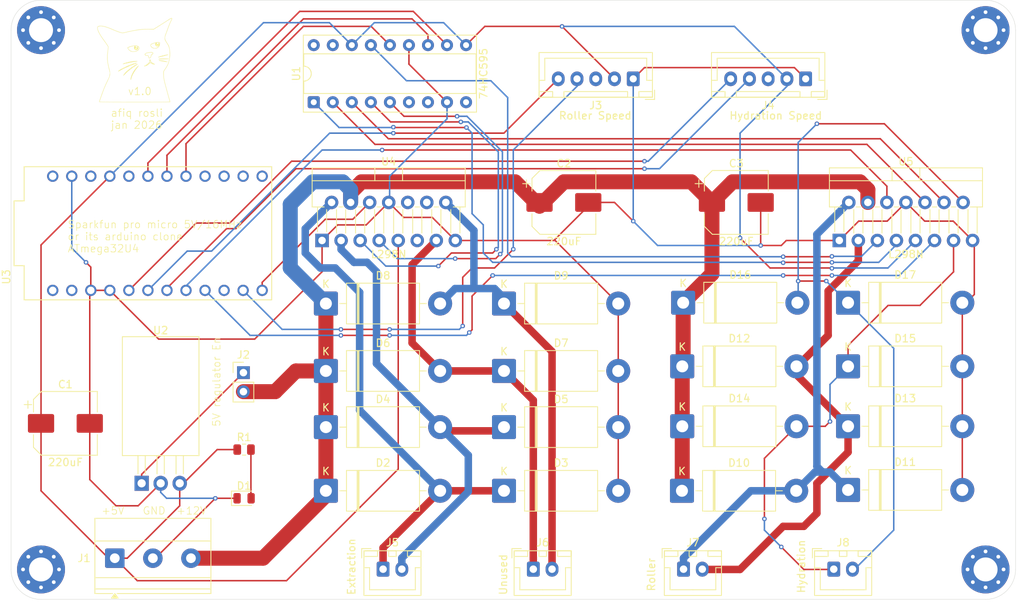
<source format=kicad_pcb>
(kicad_pcb (version 20241229) (generator "pcbnew") (generator_version "9.0")
  (layers (0 "F.Cu" signal) (2 "B.Cu" signal) (13 "F.Paste" user) (15 "B.Paste" user) (5 "F.SilkS" user "F.Silkscreen") (7 "B.SilkS" user "B.Silkscreen") (1 "F.Mask" user) (3 "B.Mask" user) (25 "Edge.Cuts" user))
  (net 0 "")
  (net 1 "VCC")
  (net 2 "GND")
  (net 3 "/roller_En")
  (net 4 "+5V")
  (net 5 "/hydration_En")
  (net 6 "/power")
  (net 10 "/extraction_En")
  (net 18 "/data")
  (net 19 "/clk")
  (net 20 "/latch")
  (net 21 "/hydration_in3")
  (net 22 "/roller_in2")
  (net 23 "/roller_in1")
  (net 24 "/hydration_in4")
  (net 25 "/rotary_enc_hydration_dt")
  (net 26 "/rotary_enc_hydration_clk")
  (net 27 "/rotary_enc_roller_dt")
  (net 28 "/rotary_enc_roller_clk")
  (net 29 "/extraction_in2")
  (net 30 "/extraction_in1")
  (net 32 "Net-(D1-A)")
  (net 33 "Net-(D2-A)")
  (net 34 "Net-(D4-A)")
  (net 35 "Net-(D12-A)")
  (net 36 "Net-(D10-A)")
  (net 37 "Net-(D14-A)")
  (net 38 "Net-(D16-A)")
  (net 39 "Net-(D6-A)")
  (net 40 "Net-(D8-A)")
  (footprint "Capacitor_SMD:CP_Elec_8x10" (layer "F.Cu") (at 141.75 95)
    (property "Reference" "C2")
    (property "Value" "220uF")
  )
  (footprint "Package_TO_SOT_THT:TO-220-3_Horizontal_TabDown" (layer "F.Cu") (at 85.42 132.5)
    (property "Reference" "U2")
    (property "Value" "LM78M05_TO220")
  )
  (footprint "Connector_JST:JST_XH_B2B-XH-A_1x02_P2.50mm_Vertical" (layer "F.Cu") (at 117.63 143.965)
    (property "Reference" "J5")
    (property "Value" "Conn_01x02")
  )
  (footprint "MountingHole:MountingHole_3.2mm_M3_Pad_Via" (layer "F.Cu") (at 198 144)
    (property "Reference" "H4" (hide yes))
    (property "Value" "MountingHole")
  )
  (footprint "Package_TO_SOT_THT:TO-220-15_P2.54x5.08mm_StaggerOdd_Lead4.58mm_Vertical" (layer "F.Cu") (at 178.49 100.08)
    (property "Reference" "U5")
    (property "Value" "L298N")
  )
  (footprint "Diode_THT:D_DO-201AD_P15.24mm_Horizontal" (layer "F.Cu") (at 110 117.5)
    (property "Reference" "D6")
    (property "Value" "UF5401")
  )
  (footprint "Diode_THT:D_DO-201AD_P15.24mm_Horizontal" (layer "F.Cu") (at 157.5 133.5)
    (property "Reference" "D10")
    (property "Value" "UF5401")
  )
  (footprint "Connector_JST:JST_XH_B2B-XH-A_1x02_P2.50mm_Vertical" (layer "F.Cu") (at 157.71 143.965)
    (property "Reference" "J7")
    (property "Value" "Conn_01x02")
  )
  (footprint "Diode_THT:D_DO-201AD_P15.24mm_Horizontal" (layer "F.Cu") (at 157.53812 116.888144)
    (property "Reference" "D12")
    (property "Value" "UF5401")
  )
  (footprint "Diode_THT:D_DO-201AD_P15.24mm_Horizontal" (layer "F.Cu") (at 110 133.5)
    (property "Reference" "D2")
    (property "Value" "UF5401")
  )
  (footprint "Connector_JST:JST_XH_B5B-XH-A_1x05_P2.50mm_Vertical" (layer "F.Cu") (at 151 78.5 180)
    (property "Reference" "J3")
    (property "Value" "Conn_01x05")
  )
  (footprint "Capacitor_SMD:CP_Elec_8x10" (layer "F.Cu") (at 164.75 95)
    (property "Reference" "C3")
    (property "Value" "220uF")
  )
  (footprint "Diode_THT:D_DO-201AD_P15.24mm_Horizontal" (layer "F.Cu") (at 179.65812 133.388144)
    (property "Reference" "D11")
    (property "Value" "UF5401")
  )
  (footprint "Diode_THT:D_DO-201AD_P15.24mm_Horizontal" (layer "F.Cu") (at 179.65812 124.888144)
    (property "Reference" "D13")
    (property "Value" "UF5401")
  )
  (footprint "DEV-15795:MODULE_DEV-15795" (layer "F.Cu") (at 86.26 99.12 90)
    (property "Reference" "U3")
    (property "Value" "DEV-15795")
  )
  (footprint "Diode_THT:D_DO-201AD_P15.24mm_Horizontal" (layer "F.Cu") (at 133.76 117.5)
    (property "Reference" "D7")
    (property "Value" "UF5401")
  )
  (footprint "Diode_THT:D_DO-201AD_P15.24mm_Horizontal" (layer "F.Cu") (at 133.76 108.5)
    (property "Reference" "D9")
    (property "Value" "UF5401")
  )
  (footprint "Silkscreen Logo:zoningoutcat" (layer "F.Cu") (at 84.5 76)
    (property "Reference" "G***" (hide yes))
    (property "Value" "LOGO" (hide yes))
  )
  (footprint "Diode_THT:D_DO-201AD_P15.24mm_Horizontal" (layer "F.Cu") (at 110 125)
    (property "Reference" "D4")
    (property "Value" "UF5401")
  )
  (footprint "Diode_THT:D_DO-201AD_P15.24mm_Horizontal" (layer "F.Cu") (at 133.76 125)
    (property "Reference" "D5")
    (property "Value" "UF5401")
  )
  (footprint "Diode_THT:D_DO-201AD_P15.24mm_Horizontal" (layer "F.Cu") (at 133.76 133.5)
    (property "Reference" "D3")
    (property "Value" "UF5401")
  )
  (footprint "Diode_THT:D_DO-201AD_P15.24mm_Horizontal" (layer "F.Cu") (at 179.65812 108.388144)
    (property "Reference" "D17")
    (property "Value" "UF5401")
  )
  (footprint "Connector_JST:JST_XH_B5B-XH-A_1x05_P2.50mm_Vertical" (layer "F.Cu") (at 174 78.5 180)
    (property "Reference" "J4")
    (property "Value" "Conn_01x05")
  )
  (footprint "Capacitor_SMD:CP_Elec_8x10" (layer "F.Cu") (at 75.25 124.5)
    (property "Reference" "C1")
    (property "Value" "220uF")
  )
  (footprint "TerminalBlock_Phoenix:TerminalBlock_Phoenix_MKDS-1,5-3-5.08_1x03_P5.08mm_Horizontal" (layer "F.Cu") (at 81.84 142.5)
    (property "Reference" "J1")
    (property "Value" "Screw_Terminal_01x03")
  )
  (footprint "Diode_THT:D_DO-201AD_P15.24mm_Horizontal" (layer "F.Cu") (at 157.65812 108.388144)
    (property "Reference" "D16")
    (property "Value" "UF5401")
  )
  (footprint "Diode_THT:D_DO-201AD_P15.24mm_Horizontal" (layer "F.Cu") (at 157.53812 124.888144)
    (property "Reference" "D14")
    (property "Value" "UF5401")
  )
  (footprint "Connector_PinHeader_2.54mm:PinHeader_1x02_P2.54mm_Vertical" (layer "F.Cu") (at 99 117.725)
    (property "Reference" "J2")
    (property "Value" "Conn_01x02_Pin")
  )
  (footprint "Package_TO_SOT_THT:TO-220-15_P2.54x5.08mm_StaggerOdd_Lead4.58mm_Vertical" (layer "F.Cu") (at 109.49 100.08)
    (property "Reference" "U4")
    (property "Value" "L298N")
  )
  (footprint "LED_SMD:LED_0805_2012Metric" (layer "F.Cu") (at 99.0875 134.5)
    (property "Reference" "D1")
    (property "Value" "LED")
  )
  (footprint "Package_DIP:DIP-18_W7.62mm_Socket" (layer "F.Cu") (at 108.38 81.62 90)
    (property "Reference" "U1")
    (property "Value" "74HC595")
  )
  (footprint "MountingHole:MountingHole_3.2mm_M3_Pad_Via" (layer "F.Cu") (at 198 72)
    (property "Reference" "H1" (hide yes))
    (property "Value" "MountingHole")
  )
  (footprint "MountingHole:MountingHole_3.2mm_M3_Pad_Via" (layer "F.Cu") (at 72 144)
    (property "Reference" "H3" (hide yes))
    (property "Value" "MountingHole")
  )
  (footprint "MountingHole:MountingHole_3.2mm_M3_Pad_Via" (layer "F.Cu") (at 72 72)
    (property "Reference" "H2" (hide yes))
    (property "Value" "MountingHole")
  )
  (footprint "Resistor_SMD:R_0805_2012Metric" (layer "F.Cu") (at 99.0875 128)
    (property "Reference" "R1")
    (property "Value" "R")
  )
  (footprint "Connector_JST:JST_XH_B2B-XH-A_1x02_P2.50mm_Vertical" (layer "F.Cu") (at 137.67 143.965)
    (property "Reference" "J6")
    (property "Value" "Conn_01x02")
  )
  (footprint "Connector_JST:JST_XH_B2B-XH-A_1x02_P2.50mm_Vertical" (layer "F.Cu") (at 177.75 143.965)
    (property "Reference" "J8")
    (property "Value" "Conn_01x02")
  )
  (footprint "Diode_THT:D_DO-201AD_P15.24mm_Horizontal" (layer "F.Cu") (at 179.65812 116.888144)
    (property "Reference" "D15")
    (property "Value" "UF5401")
  )
  (footprint "Diode_THT:D_DO-201AD_P15.24mm_Horizontal" (layer "F.Cu") (at 110 108.5)
    (property "Reference" "D8")
    (property "Value" "UF5401")
  )
  (gr_line (start 202 72) (end 202 144) (stroke (width 0.05)) (layer "Edge.Cuts"))
  (gr_arc (start 198 68) (mid 200.828427 69.171573) (end 202 72) (stroke (width 0.05)) (layer "Edge.Cuts"))
  (gr_line (start 72 68) (end 198 68) (stroke (width 0.05)) (layer "Edge.Cuts"))
  (gr_line (start 198 148) (end 72 148) (stroke (width 0.05)) (layer "Edge.Cuts"))
  (gr_line (start 68 144) (end 68 72) (stroke (width 0.05)) (layer "Edge.Cuts"))
  (gr_arc (start 202 144) (mid 200.828427 146.828427) (end 198 148) (stroke (width 0.05)) (layer "Edge.Cuts"))
  (gr_arc (start 68 72) (mid 69.171573 69.171573) (end 72 68) (stroke (width 0.05)) (layer "Edge.Cuts"))
  (gr_arc (start 72 148) (mid 69.171573 146.828427) (end 68 144) (stroke (width 0.05)) (layer "Edge.Cuts"))
  (gr_text "GND" (at 85.5 136.75 0) (layer "F.SilkS") (effects (font (size 1 1) (thickness 0.1)) (justify left bottom)))
  (gr_text "+5V" (at 80 136.75 0) (layer "F.SilkS") (effects (font (size 1 1) (thickness 0.1)) (justify left bottom)))
  (gr_text "afiq rosli\njan 2026" (at 81.25 85.25 0) (layer "F.SilkS") (effects (font (size 1 1) (thickness 0.1)) (justify left bottom)))
  (gr_text "Hydration Speed" (at 163.75 84 0) (layer "F.SilkS") (effects (font (size 1 1)) (justify left bottom)))
  (gr_text "v1.0" (at 83.545914 80.75 0) (layer "F.SilkS") (effects (font (size 1 1) (thickness 0.1)) (justify left bottom)))
  (gr_text "Sparkfun pro micro 5V/16MHz\nor its arduino clone\nATmega32U4" (at 75.5 101.75 0) (layer "F.SilkS") (effects (font (size 1 1) (thickness 0.1)) (justify left bottom)))
  (gr_text "+12V" (at 90 136.75 0) (layer "F.SilkS") (effects (font (size 1 1) (thickness 0.1)) (justify left bottom)))
  (gr_text "Hydration" (at 174 147.25 90) (layer "F.SilkS") (effects (font (size 1 1)) (justify left bottom)))
  (gr_text "Roller Speed" (at 141 84 0) (layer "F.SilkS") (effects (font (size 1 1)) (justify left bottom)))
  (gr_text "Unused" (at 134.25 147.5 90) (layer "F.SilkS") (effects (font (size 1 1)) (justify left bottom)))
  (gr_text "Roller" (at 154 147 90) (layer "F.SilkS") (effects (font (size 1 1)) (justify left bottom)))
  (gr_text "Extraction" (at 114 147.5 90) (layer "F.SilkS") (effects (font (size 1 1)) (justify left bottom)))
  (gr_text "5V regulator En" (at 96 125 90) (layer "F.SilkS") (effects (font (size 1 1) (thickness 0.1)) (justify left bottom)))
  (segment (start 110 117.5) (end 110 108.5) (width 2) (layer "F.Cu") (net 1))
  (segment (start 113.3 93.7) (end 114.75 92.25) (width 2) (layer "F.Cu") (net 1))
  (segment (start 103.235 120.265) (end 106 117.5) (width 2) (layer "F.Cu") (net 1))
  (segment (start 138.5 95.5) (end 141.75 92.25) (width 2) (layer "F.Cu") (net 1))
  (segment (start 106 117.5) (end 110 117.5) (width 2) (layer "F.Cu") (net 1))
  (segment (start 157.65812 108.388144) (end 157.65812 116.768144) (width 2) (layer "F.Cu") (net 1))
  (segment (start 135.25 92.25) (end 138.5 95.5) (width 2) (layer "F.Cu") (net 1))
  (segment (start 113.3 95) (end 113.3 93.7) (width 2) (layer "F.Cu") (net 1))
  (segment (start 110 133.5) (end 110 125.5) (width 2) (layer "F.Cu") (net 1))
  (segment (start 101.62 142.5) (end 110.12 134) (width 2) (layer "F.Cu") (net 1))
  (segment (start 99 120.265) (end 103.235 120.265) (width 2) (layer "F.Cu") (net 1))
  (segment (start 181.25 92.25) (end 182.3 93.3) (width 2) (layer "F.Cu") (net 1))
  (segment (start 157.65812 116.768144) (end 157.53812 116.888144) (width 2) (layer "F.Cu") (net 1))
  (segment (start 161.5 95) (end 164.25 92.25) (width 2) (layer "F.Cu") (net 1))
  (segment (start 164.25 92.25) (end 181.25 92.25) (width 2) (layer "F.Cu") (net 1))
  (segment (start 182.3 93.3) (end 182.3 95) (width 2) (layer "F.Cu") (net 1))
  (segment (start 161.5 104.546264) (end 157.65812 108.388144) (width 2) (layer "F.Cu") (net 1))
  (segment (start 161.5 95) (end 161.5 104.546264) (width 2) (layer "F.Cu") (net 1))
  (segment (start 157.53812 124.888144) (end 157.53812 133.46188) (width 2) (layer "F.Cu") (net 1))
  (segment (start 157.53812 133.46188) (end 157.5 133.5) (width 2) (layer "F.Cu") (net 1))
  (segment (start 157.53812 116.888144) (end 157.53812 124.888144) (width 2) (layer "F.Cu") (net 1))
  (segment (start 110 125.5) (end 110 117.5) (width 2) (layer "F.Cu") (net 1))
  (segment (start 114.75 92.25) (end 135.25 92.25) (width 2) (layer "F.Cu") (net 1))
  (segment (start 141.75 92.25) (end 158.75 92.25) (width 2) (layer "F.Cu") (net 1))
  (segment (start 158.75 92.25) (end 161.5 95) (width 2) (layer "F.Cu") (net 1))
  (segment (start 92 142.5) (end 101.62 142.5) (width 2) (layer "F.Cu") (net 1))
  (segment (start 105.25 103.75) (end 110 108.5) (width 2) (layer "B.Cu") (net 1))
  (segment (start 113.3 93.3) (end 112.25 92.25) (width 2) (layer "B.Cu") (net 1))
  (segment (start 108.25 92.25) (end 105.25 95.25) (width 2) (layer "B.Cu") (net 1))
  (segment (start 105.25 95.25) (end 105.25 103.75) (width 2) (layer "B.Cu") (net 1))
  (segment (start 112.25 92.25) (end 108.25 92.25) (width 2) (layer "B.Cu") (net 1))
  (segment (start 113.3 95) (end 113.3 93.3) (width 2) (layer "B.Cu") (net 1))
  (segment (start 152.5 77) (end 151 78.5) (width 0.2) (layer "F.Cu") (net 2))
  (segment (start 194.89812 108.888144) (end 196.5 107.286264) (width 0.2) (layer "F.Cu") (net 2))
  (segment (start 193.69 97.5) (end 196.27 100.08) (width 0.2) (layer "F.Cu") (net 2))
  (segment (start 168 100.75) (end 170.75 100.75) (width 0.2) (layer "F.Cu") (net 2))
  (segment (start 78.64 106.74) (end 78.64 103.64) (width 0.2) (layer "F.Cu") (net 2))
  (segment (start 109.49 100.08) (end 111.57 98) (width 0.2) (layer "F.Cu") (net 2))
  (segment (start 194.89812 124.888144) (end 194.89812 133.388144) (width 0.2) (layer "F.Cu") (net 2))
  (segment (start 78.64 103.64) (end 78 103) (width 0.2) (layer "F.Cu") (net 2))
  (segment (start 194.39812 124.768144) (end 194.27812 124.888144) (width 0.2) (layer "F.Cu") (net 2))
  (segment (start 168 100.75) (end 168 95) (width 0.2) (layer "F.Cu") (net 2))
  (segment (start 100.5 113.25) (end 109.49 104.26) (width 0.2) (layer "F.Cu") (net 2))
  (segment (start 87.25 142.5) (end 86.92 142.5) (width 0.2) (layer "F.Cu") (net 2))
  (segment (start 149 108.5) (end 140.58 100.08) (width 0.2) (layer "F.Cu") (net 2))
  (segment (start 196.5 100.31) (end 196.27 100.08) (width 0.2) (layer "F.Cu") (net 2))
  (segment (start 78.5 132) (end 78.5 124.5) (width 0.2) (layer "F.Cu") (net 2))
  (segment (start 95.25 134.5) (end 87.25 142.5) (width 0.2) (layer "F.Cu") (net 2))
  (segment (start 78.5 124.5) (end 78.5 106.88) (width 0.2) (layer "F.Cu") (net 2))
  (segment (start 140.58 100.08) (end 140.42 100.08) (width 0.2) (layer "F.Cu") (net 2))
  (segment (start 172.5 77) (end 152.5 77) (width 0.2) (layer "F.Cu") (net 2))
  (segment (start 174 78.5) (end 172.5 77) (width 0.2) (layer "F.Cu") (net 2))
  (segment (start 84.96 135.5) (end 82 135.5) (width 0.2) (layer "F.Cu") (net 2))
  (segment (start 184.88 97.5) (end 181.07 97.5) (width 0.2) (layer "F.Cu") (net 2))
  (segment (start 82 135.5) (end 78.5 132) (width 0.2) (layer "F.Cu") (net 2))
  (segment (start 149 108.5) (end 149 117) (width 0.2) (layer "F.Cu") (net 2))
  (segment (start 189.88 97.5) (end 193.69 97.5) (width 0.2) (layer "F.Cu") (net 2))
  (segment (start 196.5 107.286264) (end 196.5 100.31) (width 0.2) (layer "F.Cu") (net 2))
  (segment (start 121.08 76.54) (end 126.16 81.62) (width 0.2) (layer "F.Cu") (net 2))
  (segment (start 79.96 124.5) (end 78.5 124.5) (width 0.2) (layer "F.Cu") (net 2))
  (segment (start 118.38 95) (end 120.38 97) (width 0.2) (layer "F.Cu") (net 2))
  (segment (start 171.42 100.08) (end 178.49 100.08) (width 0.2) (layer "F.Cu") (net 2))
  (segment (start 187.38 95) (end 184.88 97.5) (width 0.2) (layer "F.Cu") (net 2))
  (segment (start 120.38 97) (end 124.19 97) (width 0.2) (layer "F.Cu") (net 2))
  (segment (start 140.42 100.08) (end 127.27 100.08) (width 0.2) (layer "F.Cu") (net 2))
  (segment (start 194.63812 116.648144) (end 194.39812 116.888144) (width 0.2) (layer "F.Cu") (net 2))
  (segment (start 145 95.5) (end 140.42 100.08) (width 0.2) (layer "F.Cu") (net 2))
  (segment (start 115.38 98) (end 118.38 95) (width 0.2) (layer "F.Cu") (net 2))
  (segment (start 194.89812 108.888144) (end 194.89812 116.888144) (width 0.2) (layer "F.Cu") (net 2))
  (segment (start 95.25 134.5) (end 98.15 134.5) (width 0.2) (layer "F.Cu") (net 2))
  (segment (start 149 125) (end 149 133.5) (width 0.2) (layer "F.Cu") (net 2))
  (segment (start 181.07 97.5) (end 178.49 100.08) (width 0.2) (layer "F.Cu") (net 2))
  (segment (start 78.64 106.74) (end 81.18 106.74) (width 0.2) (layer "F.Cu") (net 2))
  (segment (start 148.5 95) (end 145 95) (width 0.2) (layer "F.Cu") (net 2))
  (segment (start 194.89812 116.888144) (end 194.89812 124.888144) (width 0.2) (layer "F.Cu") (net 2))
  (segment (start 187.38 95) (end 189.88 97.5) (width 0.2) (layer "F.Cu") (net 2))
  (segment (start 170.75 100.75) (end 171.42 100.08) (width 0.2) (layer "F.Cu") (net 2))
  (segment (start 78.5 106.88) (end 78.64 106.74) (width 0.2) (layer "F.Cu") (net 2))
  (segment (start 151 97.5) (end 148.5 95) (width 0.2) (layer "F.Cu") (net 2))
  (segment (start 124.19 97) (end 127.27 100.08) (width 0.2) (layer "F.Cu") (net 2))
  (segment (start 121.08 74) (end 121.08 76.54) (width 0.2) (layer "F.Cu") (net 2))
  (segment (start 149 117) (end 149 125) (width 0.2) (layer "F.Cu") (net 2))
  (segment (start 87.96 132.5) (end 84.96 135.5) (width 0.2) (layer "F.Cu") (net 2))
  (segment (start 81.18 106.74) (end 87.69 113.25) (width 0.2) (layer "F.Cu") (net 2))
  (segment (start 111.57 98) (end 115.38 98) (width 0.2) (layer "F.Cu") (net 2))
  (segment (start 109.49 104.26) (end 109.49 100.08) (width 0.2) (layer "F.Cu") (net 2))
  (segment (start 87.69 113.25) (end 100.5 113.25) (width 0.2) (layer "F.Cu") (net 2))
  (via (at 78 103) (size 0.6) (drill 0.3) (layers "F.Cu" "B.Cu") (net 2))
  (via (at 95.25 134.5) (size 0.6) (drill 0.3) (layers "F.Cu" "B.Cu") (net 2))
  (via (at 168 100.75) (size 0.6) (drill 0.3) (layers "F.Cu" "B.Cu") (net 2))
  (via (at 151 97.5) (size 0.6) (drill 0.3) (layers "F.Cu" "B.Cu") (net 2))
  (segment (start 118.5 94.88) (end 118.5 91.5) (width 0.2) (layer "B.Cu") (net 2))
  (segment (start 126.16 83.84) (end 126.16 81.62) (width 0.2) (layer "B.Cu") (net 2))
  (segment (start 151 97.5) (end 151 78.5) (width 0.2) (layer "B.Cu") (net 2))
  (segment (start 118.38 95) (end 118.5 94.88) (width 0.2) (layer "B.Cu") (net 2))
  (segment (start 78 103) (end 76.1 101.1) (width 0.2) (layer "B.Cu") (net 2))
  (segment (start 118.5 91.5) (end 126.16 83.84) (width 0.2) (layer "B.Cu") (net 2))
  (segment (start 151 97.5) (end 154.25 100.75) (width 0.2) (layer "B.Cu") (net 2))
  (segment (start 76.1 101.1) (end 76.1 91.5) (width 0.2) (layer "B.Cu") (net 2))
  (segment (start 88 132.54) (end 87.96 132.5) (width 0.2) (layer "B.Cu") (net 2))
  (segment (start 95.25 134.5) (end 88.75 134.5) (width 0.2) (layer "B.Cu") (net 2))
  (segment (start 154.25 100.75) (end 168 100.75) (width 0.2) (layer "B.Cu") (net 2))
  (segment (start 87.96 133.71) (end 87.96 132.5) (width 0.2) (layer "B.Cu") (net 2))
  (segment (start 88.75 134.5) (end 87.96 133.71) (width 0.2) (layer "B.Cu") (net 2))
  (segment (start 180 88) (end 184.84 92.84) (width 0.2) (layer "F.Cu") (net 3))
  (segment (start 117.5 88) (end 180 88) (width 0.2) (layer "F.Cu") (net 3))
  (segment (start 184.84 92.84) (end 184.84 95) (width 0.2) (layer "F.Cu") (net 3))
  (via (at 117.5 88) (size 0.6) (drill 0.3) (layers "F.Cu" "B.Cu") (net 3))
  (segment (start 117.5 88) (end 109.5 88) (width 0.2) (layer "B.Cu") (net 3))
  (segment (start 91.34 106.16) (end 91.34 106.74) (width 0.2) (layer "B.Cu") (net 3))
  (segment (start 109.5 88) (end 91.34 106.16) (width 0.2) (layer "B.Cu") (net 3))
  (segment (start 72 124.5) (end 72 100.68) (width 0.2) (layer "F.Cu") (net 4))
  (segment (start 131.2 71.5) (end 128.7 74) (width 0.2) (layer "F.Cu") (net 4))
  (segment (start 148.5 78.5) (end 141.5 71.5) (width 0.2) (layer "F.Cu") (net 4))
  (segment (start 95.5 128) (end 98.175 128) (width 0.2) (layer "F.Cu") (net 4))
  (segment (start 91 132.5) (end 95.5 128) (width 0.2) (layer "F.Cu") (net 4))
  (segment (start 72 133.5) (end 72 124.5) (width 0.2) (layer "F.Cu") (net 4))
  (segment (start 104.75 145.5) (end 84.84 145.5) (width 0.2) (layer "F.Cu") (net 4))
  (segment (start 177.5 103.800003) (end 177.449997 103.75) (width 0.2) (layer "F.Cu") (net 4))
  (segment (start 72 100.68) (end 81.18 91.5) (width 0.2) (layer "F.Cu") (net 4))
  (segment (start 119.65 130.6) (end 104.75 145.5) (width 0.2) (layer "F.Cu") (net 4))
  (segment (start 84.84 145.5) (end 81.84 142.5) (width 0.2) (layer "F.Cu") (net 4))
  (segment (start 169.25 103.75) (end 165.25 99.75) (width 0.2) (layer "F.Cu") (net 4))
  (segment (start 81.84 142.5) (end 83.5 142.5) (width 0.2) (layer "F.Cu") (net 4))
  (segment (start 177.449997 103.75) (end 169.25 103.75) (width 0.2) (layer "F.Cu") (net 4))
  (segment (start 90.5 135.5) (end 90.5 132.5) (width 0.2) (layer "F.Cu") (net 4))
  (segment (start 119.65 100.08) (end 119.65 130.6) (width 0.2) (layer "F.Cu") (net 4))
  (segment (start 141.5 71.5) (end 131.2 71.5) (width 0.2) (layer "F.Cu") (net 4))
  (segment (start 83.5 142.5) (end 90.5 135.5) (width 0.2) (layer "F.Cu") (net 4))
  (segment (start 81 142.5) (end 72 133.5) (width 0.2) (layer "F.Cu") (net 4))
  (segment (start 90.5 132.5) (end 91 132.5) (width 0.2) (layer "F.Cu") (net 4))
  (segment (start 81.84 142.5) (end 81 142.5) (width 0.2) (layer "F.Cu") (net 4))
  (via (at 141.5 71.5) (size 0.6) (drill 0.3) (layers "F.Cu" "B.Cu") (net 4))
  (via (at 177.5 103.800003) (size 0.6) (drill 0.3) (layers "F.Cu" "B.Cu") (net 4))
  (via (at 165.25 99.75) (size 0.6) (drill 0.3) (layers "F.Cu" "B.Cu") (net 4))
  (segment (start 125.7 71) (end 128.7 74) (width 0.2) (layer "B.Cu") (net 4))
  (segment (start 164.5 71.5) (end 171.5 78.5) (width 0.2) (layer "B.Cu") (net 4))
  (segment (start 116.46 71) (end 125.7 71) (width 0.2) (layer "B.Cu") (net 4))
  (segment (start 184.98 103.75) (end 188.65 100.08) (width 0.2) (layer "B.Cu") (net 4))
  (segment (start 141.5 71.5) (end 164.5 71.5) (width 0.2) (layer "B.Cu") (net 4))
  (segment (start 165.25 99.75) (end 165.25 85.75) (width 0.2) (layer "B.Cu") (net 4))
  (segment (start 113.46 74) (end 110.46 71) (width 0.2) (layer "B.Cu") (net 4))
  (segment (start 177.550003 103.75) (end 184.98 103.75) (width 0.2) (layer "B.Cu") (net 4))
  (segment (start 165.25 85.75) (end 171.5 79.5) (width 0.2) (layer "B.Cu") (net 4))
  (segment (start 177.5 103.800003) (end 177.550003 103.75) (width 0.2) (layer "B.Cu") (net 4))
  (segment (start 101.68 71) (end 81.18 91.5) (width 0.2) (layer "B.Cu") (net 4))
  (segment (start 110.46 71) (end 101.68 71) (width 0.2) (layer "B.Cu") (net 4))
  (segment (start 171.5 79.5) (end 171.5 78.5) (width 0.2) (layer "B.Cu") (net 4))
  (segment (start 113.46 74) (end 116.46 71) (width 0.2) (layer "B.Cu") (net 4))
  (segment (start 177.5 104.75) (end 171 104.75) (width 0.2) (layer "F.Cu") (net 5))
  (segment (start 129.125 112.375) (end 129.5 112) (width 0.2) (layer "F.Cu") (net 5))
  (segment (start 129.5 112) (end 129.5 107.5) (width 0.2) (layer "F.Cu") (net 5))
  (segment (start 118.5 112.75) (end 112 112.75) (width 0.2) (layer "F.Cu") (net 5))
  (segment (start 129.5 107.5) (end 132.25 104.75) (width 0.2) (layer "F.Cu") (net 5))
  (via (at 171 104.75) (size 0.6) (drill 0.3) (layers "F.Cu" "B.Cu") (net 5))
  (via (at 177.5 104.75) (size 0.6) (drill 0.3) (layers "F.Cu" "B.Cu") (net 5))
  (via (at 129.125 112.375) (size 0.6) (drill 0.3) (layers "F.Cu" "B.Cu") (net 5))
  (via (at 132.25 104.75) (size 0.6) (drill 0.3) (layers "F.Cu" "B.Cu") (net 5))
  (via (at 118.5 112.75) (size 0.6) (drill 0.3) (layers "F.Cu" "B.Cu") (net 5))
  (via (at 112 112.75) (size 0.6) (drill 0.3) (layers "F.Cu" "B.Cu") (net 5))
  (segment (start 186.52 104.75) (end 177.5 104.75) (width 0.2) (layer "B.Cu") (net 5))
  (segment (start 132 104.75) (end 132.25 104.75) (width 0.2) (layer "B.Cu") (net 5))
  (segment (start 129.125 112.375) (end 128.75 112.75) (width 0.2) (layer "B.Cu") (net 5))
  (segment (start 171 104.75) (end 132 104.75) (width 0.2) (layer "B.Cu") (net 5))
  (segment (start 112 112.75) (end 99.89 112.75) (width 0.2) (layer "B.Cu") (net 5))
  (segment (start 191.19 100.08) (end 186.52 104.75) (width 0.2) (layer "B.Cu") (net 5))
  (segment (start 128.75 112.75) (end 118.5 112.75) (width 0.2) (layer "B.Cu") (net 5))
  (segment (start 99.89 112.75) (end 93.88 106.74) (width 0.2) (layer "B.Cu") (net 5))
  (segment (start 85.42 131.305) (end 85.42 132.5) (width 0.2) (layer "F.Cu") (net 6))
  (segment (start 99 117.725) (end 85.42 131.305) (width 0.2) (layer "F.Cu") (net 6))
  (segment (start 113.59 97.25) (end 115.84 95) (width 0.2) (layer "F.Cu") (net 10))
  (segment (start 101.5 106.74) (end 101.5 105.668) (width 0.2) (layer "F.Cu") (net 10))
  (segment (start 101.5 105.668) (end 109.918 97.25) (width 0.2) (layer "F.Cu") (net 10))
  (segment (start 109.918 97.25) (end 113.59 97.25) (width 0.2) (layer "F.Cu") (net 10))
  (segment (start 116.5 71.96) (end 118.54 74) (width 0.2) (layer "F.Cu") (net 18))
  (segment (start 116.04 71.5) (end 116.5 71.96) (width 0.2) (layer "F.Cu") (net 18))
  (segment (start 91.34 87.16) (end 107 71.5) (width 0.2) (layer "F.Cu") (net 18))
  (segment (start 91.34 91.5) (end 91.34 87.16) (width 0.2) (layer "F.Cu") (net 18))
  (segment (start 107 71.5) (end 116.04 71.5) (width 0.2) (layer "F.Cu") (net 18))
  (segment (start 121.66 69.5) (end 126.16 74) (width 0.2) (layer "F.Cu") (net 19))
  (segment (start 106.5 69.5) (end 121.66 69.5) (width 0.2) (layer "F.Cu") (net 19))
  (segment (start 86.26 91.5) (end 86.26 89.74) (width 0.2) (layer "F.Cu") (net 19))
  (segment (start 86.26 89.74) (end 106.5 69.5) (width 0.2) (layer "F.Cu") (net 19))
  (segment (start 88.8 88.7) (end 107 70.5) (width 0.2) (layer "F.Cu") (net 20))
  (segment (start 123.62 72.62) (end 123.62 74) (width 0.2) (layer "F.Cu") (net 20))
  (segment (start 121.5 70.5) (end 123.62 72.62) (width 0.2) (layer "F.Cu") (net 20))
  (segment (start 88.8 91.5) (end 88.8 88.7) (width 0.2) (layer "F.Cu") (net 20))
  (segment (start 107 70.5) (end 121.5 70.5) (width 0.2) (layer "F.Cu") (net 20))
  (segment (start 116.55 87.25) (end 182.17 87.25) (width 0.2) (layer "F.Cu") (net 21))
  (segment (start 182.17 87.25) (end 189.92 95) (width 0.2) (layer "F.Cu") (net 21))
  (segment (start 110.92 81.62) (end 116.55 87.25) (width 0.2) (layer "F.Cu") (net 21))
  (segment (start 119.050003 85) (end 119 84.949997) (width 0.2) (layer "F.Cu") (net 22))
  (segment (start 177.5 103) (end 171.050003 103) (width 0.2) (layer "F.Cu") (net 22))
  (segment (start 128.75 85) (end 119.050003 85) (width 0.2) (layer "F.Cu") (net 22))
  (segment (start 171.050003 103) (end 171 103.050003) (width 0.2) (layer "F.Cu") (net 22))
  (via (at 128.75 85) (size 0.6) (drill 0.3) (layers "F.Cu" "B.Cu") (net 22))
  (via (at 171 103.050003) (size 0.6) (drill 0.3) (layers "F.Cu" "B.Cu") (net 22))
  (via (at 119 84.949997) (size 0.6) (drill 0.3) (layers "F.Cu" "B.Cu") (net 22))
  (via (at 177.5 103) (size 0.6) (drill 0.3) (layers "F.Cu" "B.Cu") (net 22))
  (segment (start 119 84.949997) (end 118.949997 85) (width 0.2) (layer "B.Cu") (net 22))
  (segment (start 131 101.75) (end 132.25 103) (width 0.2) (layer "B.Cu") (net 22))
  (segment (start 111.76 85) (end 108.38 81.62) (width 0.2) (layer "B.Cu") (net 22))
  (segment (start 170.949997 103) (end 171 103.050003) (width 0.2) (layer "B.Cu") (net 22))
  (segment (start 177.5 103) (end 183.75 103) (width 0.2) (layer "B.Cu") (net 22))
  (segment (start 128.75 85) (end 129.5 85.75) (width 0.2) (layer "B.Cu") (net 22))
  (segment (start 118.949997 85) (end 111.76 85) (width 0.2) (layer "B.Cu") (net 22))
  (segment (start 129.5 85.75) (end 129.5 96.5) (width 0.2) (layer "B.Cu") (net 22))
  (segment (start 132.25 103) (end 170.949997 103) (width 0.2) (layer "B.Cu") (net 22))
  (segment (start 183.75 103) (end 186.11 100.64) (width 0.2) (layer "B.Cu") (net 22))
  (segment (start 131 98) (end 131 101.75) (width 0.2) (layer "B.Cu") (net 22))
  (segment (start 186.11 100.64) (end 186.11 100.08) (width 0.2) (layer "B.Cu") (net 22))
  (segment (start 129.5 96.5) (end 131 98) (width 0.2) (layer "B.Cu") (net 22))
  (segment (start 177.45 102.25) (end 177.5 102.2) (width 0.2) (layer "F.Cu") (net 23))
  (segment (start 171 102.25) (end 177.45 102.25) (width 0.2) (layer "F.Cu") (net 23))
  (via (at 171 102.25) (size 0.6) (drill 0.3) (layers "F.Cu" "B.Cu") (net 23))
  (via (at 177.5 102.2) (size 0.6) (drill 0.3) (layers "F.Cu" "B.Cu") (net 23))
  (segment (start 134.75 102.25) (end 134.25 101.75) (width 0.2) (layer "B.Cu") (net 23))
  (segment (start 171 102.25) (end 134.75 102.25) (width 0.2) (layer "B.Cu") (net 23))
  (segment (start 132 78.75) (end 120.75 78.75) (width 0.2) (layer "B.Cu") (net 23))
  (segment (start 134.25 101.75) (end 134.25 81) (width 0.2) (layer "B.Cu") (net 23))
  (segment (start 181.45 102.2) (end 183.57 100.08) (width 0.2) (layer "B.Cu") (net 23))
  (segment (start 120.75 78.75) (end 116 74) (width 0.2) (layer "B.Cu") (net 23))
  (segment (start 134.25 81) (end 132 78.75) (width 0.2) (layer "B.Cu") (net 23))
  (segment (start 177.5 102.2) (end 181.45 102.2) (width 0.2) (layer "B.Cu") (net 23))
  (segment (start 183.96 86.5) (end 192.46 95) (width 0.2) (layer "F.Cu") (net 24))
  (segment (start 118.34 86.5) (end 183.96 86.5) (width 0.2) (layer "F.Cu") (net 24))
  (segment (start 113.46 81.62) (end 118.34 86.5) (width 0.2) (layer "F.Cu") (net 24))
  (segment (start 96.75 98.5) (end 88.8 106.45) (width 0.2) (layer "F.Cu") (net 25))
  (segment (start 88.8 106.45) (end 88.8 106.74) (width 0.2) (layer "F.Cu") (net 25))
  (segment (start 106 90.5) (end 98 98.5) (width 0.2) (layer "F.Cu") (net 25))
  (segment (start 152.5 90.5) (end 106 90.5) (width 0.2) (layer "F.Cu") (net 25))
  (segment (start 98 98.5) (end 96.75 98.5) (width 0.2) (layer "F.Cu") (net 25))
  (via (at 152.5 90.5) (size 0.6) (drill 0.3) (layers "F.Cu" "B.Cu") (net 25))
  (segment (start 154.5 90.5) (end 166.5 78.5) (width 0.2) (layer "B.Cu") (net 25))
  (segment (start 152.5 90.5) (end 154.5 90.5) (width 0.2) (layer "B.Cu") (net 25))
  (segment (start 97.171996 97.75) (end 92.71 97.75) (width 0.2) (layer "F.Cu") (net 26))
  (segment (start 105.421996 89.5) (end 97.171996 97.75) (width 0.2) (layer "F.Cu") (net 26))
  (segment (start 152.5 89.5) (end 105.421996 89.5) (width 0.2) (layer "F.Cu") (net 26))
  (segment (start 92.71 97.75) (end 83.72 106.74) (width 0.2) (layer "F.Cu") (net 26))
  (via (at 152.5 89.5) (size 0.6) (drill 0.3) (layers "F.Cu" "B.Cu") (net 26))
  (segment (start 164 78.5) (end 153 89.5) (width 0.2) (layer "B.Cu") (net 26))
  (segment (start 153 89.5) (end 152.5 89.5) (width 0.2) (layer "B.Cu") (net 26))
  (segment (start 132.5 103.75) (end 129.5 103.75) (width 0.2) (layer "F.Cu") (net 27))
  (segment (start 128.25 105) (end 128.25 111.5) (width 0.2) (layer "F.Cu") (net 27))
  (segment (start 112 111.949997) (end 118.5 111.949997) (width 0.2) (layer "F.Cu") (net 27))
  (segment (start 129.5 103.75) (end 128.25 105) (width 0.2) (layer "F.Cu") (net 27))
  (segment (start 135 101.25) (end 132.5 103.75) (width 0.2) (layer "F.Cu") (net 27))
  (via (at 112 111.949997) (size 0.6) (drill 0.3) (layers "F.Cu" "B.Cu") (net 27))
  (via (at 128.25 111.5) (size 0.6) (drill 0.3) (layers "F.Cu" "B.Cu") (net 27))
  (via (at 135 101.25) (size 0.6) (drill 0.3) (layers "F.Cu" "B.Cu") (net 27))
  (via (at 118.5 111.949997) (size 0.6) (drill 0.3) (layers "F.Cu" "B.Cu") (net 27))
  (segment (start 104.169997 111.949997) (end 112 111.949997) (width 0.2) (layer "B.Cu") (net 27))
  (segment (start 143.5 79.5) (end 143.5 78.5) (width 0.2) (layer "B.Cu") (net 27))
  (segment (start 135 88) (end 143.5 79.5) (width 0.2) (layer "B.Cu") (net 27))
  (segment (start 135 101.25) (end 135 88) (width 0.2) (layer "B.Cu") (net 27))
  (segment (start 98.96 106.74) (end 104.169997 111.949997) (width 0.2) (layer "B.Cu") (net 27))
  (segment (start 127.800003 111.949997) (end 128.25 111.5) (width 0.2) (layer "B.Cu") (net 27))
  (segment (start 118.5 111.949997) (end 127.800003 111.949997) (width 0.2) (layer "B.Cu") (net 27))
  (segment (start 119 85.75) (end 133.75 85.75) (width 0.2) (layer "F.Cu") (net 28))
  (segment (start 133.75 85.75) (end 141 78.5) (width 0.2) (layer "F.Cu") (net 28))
  (via (at 119 85.75) (size 0.6) (drill 0.3) (layers "F.Cu" "B.Cu") (net 28))
  (segment (start 119 85.75) (end 110.5 85.75) (width 0.2) (layer "B.Cu") (net 28))
  (segment (start 94.75 101.5) (end 91.5 101.5) (width 0.2) (layer "B.Cu") (net 28))
  (segment (start 110.5 85.75) (end 94.75 101.5) (width 0.2) (layer "B.Cu") (net 28))
  (segment (start 91.5 101.5) (end 86.26 106.74) (width 0.2) (layer "B.Cu") (net 28))
  (segment (start 118.54 81.62) (end 120.42 83.5) (width 0.2) (layer "F.Cu") (net 29))
  (segment (start 127.25 102.5) (end 132.65 102.5) (width 0.2) (layer "F.Cu") (net 29))
  (segment (start 132.65 102.5) (end 133.25 101.9) (width 0.2) (layer "F.Cu") (net 29))
  (segment (start 120.42 83.5) (end 127.5 83.5) (width 0.2) (layer "F.Cu") (net 29))
  (via (at 133.25 101.9) (size 0.6) (drill 0.3) (layers "F.Cu" "B.Cu") (net 29))
  (via (at 127.25 102.5) (size 0.6) (drill 0.3) (layers "F.Cu" "B.Cu") (net 29))
  (via (at 127.5 83.5) (size 0.6) (drill 0.3) (layers "F.Cu" "B.Cu") (net 29))
  (segment (start 119.53 102.5) (end 117.11 100.08) (width 0.2) (layer "B.Cu") (net 29))
  (segment (start 133.25 101.9) (end 133.550003 101.599997) (width 0.2) (layer "B.Cu") (net 29))
  (segment (start 128.8171 83.5) (end 127.5 83.5) (width 0.2) (layer "B.Cu") (net 29))
  (segment (start 133.550003 88.232903) (end 128.8171 83.5) (width 0.2) (layer "B.Cu") (net 29))
  (segment (start 127.25 102.5) (end 119.53 102.5) (width 0.2) (layer "B.Cu") (net 29))
  (segment (start 133.550003 101.599997) (end 133.550003 88.232903) (width 0.2) (layer "B.Cu") (net 29))
  (segment (start 132.25 101.75) (end 126.75 101.75) (width 0.2) (layer "F.Cu") (net 30))
  (segment (start 128 84.25) (end 118.63 84.25) (width 0.2) (layer "F.Cu") (net 30))
  (segment (start 126.75 101.75) (end 125 103.5) (width 0.2) (layer "F.Cu") (net 30))
  (segment (start 132.75 101.25) (end 132.25 101.75) (width 0.2) (layer "F.Cu") (net 30))
  (segment (start 118.63 84.25) (end 116 81.62) (width 0.2) (layer "F.Cu") (net 30))
  (via (at 128 84.25) (size 0.6) (drill 0.3) (layers "F.Cu" "B.Cu") (net 30))
  (via (at 125 103.5) (size 0.6) (drill 0.3) (layers "F.Cu" "B.Cu") (net 30))
  (via (at 132.75 101.25) (size 0.6) (drill 0.3) (layers "F.Cu" "B.Cu") (net 30))
  (segment (start 117.99 103.5) (end 114.57 100.08) (width 0.2) (layer "B.Cu") (net 30))
  (segment (start 125 103.5) (end 117.99 103.5) (width 0.2) (layer "B.Cu") (net 30))
  (segment (start 129 84.25) (end 133 88.25) (width 0.2) (layer "B.Cu") (net 30))
  (segment (start 133 88.25) (end 133 101) (width 0.2) (layer "B.Cu") (net 30))
  (segment (start 128 84.25) (end 129 84.25) (width 0.2) (layer "B.Cu") (net 30))
  (segment (start 133 101) (end 132.75 101.25) (width 0.2) (layer "B.Cu") (net 30))
  (segment (start 100 128) (end 100 134.475) (width 0.2) (layer "F.Cu") (net 32))
  (segment (start 100 134.475) (end 100.025 134.5) (width 0.2) (layer "F.Cu") (net 32))
  (segment (start 117.63 143.965) (end 117.63 141.11) (width 1) (layer "F.Cu") (net 33))
  (segment (start 125.24 133.5) (end 133.76 133.5) (width 1) (layer "F.Cu") (net 33))
  (segment (start 117.63 141.11) (end 125.24 133.5) (width 1) (layer "F.Cu") (net 33))
  (segment (start 111.25 103.75) (end 114.5 107) (width 1) (layer "B.Cu") (net 33))
  (segment (start 114.5 107) (end 114.5 122.76) (width 1) (layer "B.Cu") (net 33))
  (segment (start 114.5 122.76) (end 125.24 133.5) (width 1) (layer "B.Cu") (net 33))
  (segment (start 107.25 101.75) (end 109.25 103.75) (width 1) (layer "B.Cu") (net 33))
  (segment (start 109.25 103.75) (end 111.25 103.75) (width 1) (layer "B.Cu") (net 33))
  (segment (start 107.25 98.51) (end 107.25 101.75) (width 1) (layer "B.Cu") (net 33))
  (segment (start 110.76 95) (end 107.25 98.51) (width 1) (layer "B.Cu") (net 33))
  (segment (start 125.24 125.5) (end 133.26 125.5) (width 1) (layer "F.Cu") (net 34))
  (segment (start 133.26 125.5) (end 133.76 125) (width 1) (layer "F.Cu") (net 34))
  (segment (start 120.13 142.475) (end 129 133.605) (width 1) (layer "B.Cu") (net 34))
  (segment (start 116.75 116.51) (end 116.75 104.25) (width 1) (layer "B.Cu") (net 34))
  (segment (start 112.03 101.28) (end 112.03 100.08) (width 1) (layer "B.Cu") (net 34))
  (segment (start 113.75 103) (end 112.03 101.28) (width 1) (layer "B.Cu") (net 34))
  (segment (start 129 128.76) (end 125.24 125) (width 1) (layer "B.Cu") (net 34))
  (segment (start 129 133.605) (end 129 128.76) (width 1) (layer "B.Cu") (net 34))
  (segment (start 125.24 125) (end 116.75 116.51) (width 1) (layer "B.Cu") (net 34))
  (segment (start 116.75 104.25) (end 115.5 103) (width 1) (layer "B.Cu") (net 34))
  (segment (start 120.13 143.965) (end 120.13 142.475) (width 1) (layer "B.Cu") (net 34))
  (segment (start 115.5 103) (end 113.75 103) (width 1) (layer "B.Cu") (net 34))
  (segment (start 181.03 102.797526) (end 177 106.827526) (width 1) (layer "F.Cu") (net 35))
  (segment (start 160.245 144) (end 160.21 143.965) (width 1) (layer "F.Cu") (net 35))
  (segment (start 171 138.25) (end 165.25 144) (width 1) (layer "F.Cu") (net 35))
  (segment (start 181.03 100.08) (end 181.03 102.797526) (width 1) (layer "F.Cu") (net 35))
  (segment (start 177 106.827526) (end 177 112.75) (width 1) (layer "F.Cu") (net 35))
  (segment (start 172.77812 118.008144) (end 179.65812 124.888144) (width 1) (layer "F.Cu") (net 35))
  (segment (start 175.5 132.5) (end 175.5 136.5) (width 1) (layer "F.Cu") (net 35))
  (segment (start 179.65812 124.888144) (end 179.65812 128.34188) (width 1) (layer "F.Cu") (net 35))
  (segment (start 165.25 144) (end 160.245 144) (width 1) (layer "F.Cu") (net 35))
  (segment (start 172.77812 116.888144) (end 172.77812 118.008144) (width 1) (layer "F.Cu") (net 35))
  (segment (start 172.861856 116.888144) (end 172.77812 116.888144) (width 1) (layer "F.Cu") (net 35))
  (segment (start 173.75 138.25) (end 171 138.25) (width 1) (layer "F.Cu") (net 35))
  (segment (start 179.65812 128.34188) (end 175.5 132.5) (width 1) (layer "F.Cu") (net 35))
  (segment (start 175.5 136.5) (end 173.75 138.25) (width 1) (layer "F.Cu") (net 35))
  (segment (start 177 112.75) (end 172.861856 116.888144) (width 1) (layer "F.Cu") (net 35))
  (segment (start 166.685 133.5) (end 157.71 142.475) (width 1) (layer "B.Cu") (net 36))
  (segment (start 172.74 133.5) (end 166.685 133.5) (width 1) (layer "B.Cu") (net 36))
  (segment (start 157.71 142.475) (end 157.71 143.965) (width 1) (layer "B.Cu") (net 36))
  (segment (start 179.76 95) (end 175.5 99.26) (width 1) (layer "B.Cu") (net 36))
  (segment (start 175.24 131) (end 172.74 133.5) (width 1) (layer "B.Cu") (net 36))
  (segment (start 176.25 131) (end 177.269976 131) (width 1) (layer "B.Cu") (net 36))
  (segment (start 177.269976 131) (end 179.65812 133.388144) (width 1) (layer "B.Cu") (net 36))
  (segment (start 175.5 99.26) (end 175.5 130.25) (width 1) (layer "B.Cu") (net 36))
  (segment (start 175.5 130.25) (end 176.25 131) (width 1) (layer "B.Cu") (net 36))
  (segment (start 176.25 131) (end 175.24 131) (width 1) (layer "B.Cu") (net 36))
  (segment (start 172.77812 124.888144) (end 176.611856 124.888144) (width 0.2) (layer "F.Cu") (net 37))
  (segment (start 168.5 129.166264) (end 172.77812 124.888144) (width 0.2) (layer "F.Cu") (net 37))
  (segment (start 170.75 141) (end 170.875 140.875) (width 0.2) (layer "F.Cu") (net 37))
  (segment (start 193.73 104.27) (end 189.25 108.75) (width 0.2) (layer "F.Cu") (net 37))
  (segment (start 193.73 100.08) (end 193.73 104.27) (width 0.2) (layer "F.Cu") (net 37))
  (segment (start 177.75 143.965) (end 177.715 144) (width 0.2) (layer "F.Cu") (net 37))
  (segment (start 173.75 144) (end 170.75 141) (width 0.2) (layer "F.Cu") (net 37))
  (segment (start 176.611856 124.888144) (end 177.25 124.25) (width 0.2) (layer "F.Cu") (net 37))
  (segment (start 185 108.75) (end 179.65812 114.09188) (width 0.2) (layer "F.Cu") (net 37))
  (segment (start 189.25 108.75) (end 185 108.75) (width 0.2) (layer "F.Cu") (net 37))
  (segment (start 179.65812 114.09188) (end 179.65812 116.888144) (width 0.2) (layer "F.Cu") (net 37))
  (segment (start 168.5 137.25) (end 168.5 129.166264) (width 0.2) (layer "F.Cu") (net 37))
  (segment (start 177.715 144) (end 173.75 144) (width 0.2) (layer "F.Cu") (net 37))
  (via (at 168.5 137.25) (size 0.6) (drill 0.3) (layers "F.Cu" "B.Cu") (net 37))
  (via (at 177.25 124.25) (size 0.6) (drill 0.3) (layers "F.Cu" "B.Cu") (net 37))
  (via (at 170.75 141) (size 0.6) (drill 0.3) (layers "F.Cu" "B.Cu") (net 37))
  (segment (start 170.75 141) (end 168.5 138.75) (width 0.2) (layer "B.Cu") (net 37))
  (segment (start 168.5 138.75) (end 168.5 137.25) (width 0.2) (layer "B.Cu") (net 37))
  (segment (start 177.25 124.25) (end 177.25 119.296264) (width 0.2) (layer "B.Cu") (net 37))
  (segment (start 177.25 119.296264) (end 179.65812 116.888144) (width 0.2) (layer "B.Cu") (net 37))
  (segment (start 184.5 84.5) (end 175.5 84.5) (width 0.2) (layer "F.Cu") (net 38))
  (segment (start 176.75 105.5) (end 173 105.5) (width 0.2) (layer "F.Cu") (net 38))
  (segment (start 195 95) (end 184.5 84.5) (width 0.2) (layer "F.Cu") (net 38))
  (via (at 175.5 84.5) (size 0.6) (drill 0.3) (layers "F.Cu" "B.Cu") (net 38))
  (via (at 173 105.5) (size 0.6) (drill 0.3) (layers "F.Cu" "B.Cu") (net 38))
  (via (at 176.75 105.5) (size 0.6) (drill 0.3) (layers "F.Cu" "B.Cu") (net 38))
  (segment (start 180.535 143.965) (end 185.75 138.75) (width 0.2) (layer "B.Cu") (net 38))
  (segment (start 173 87) (end 173 108.286264) (width 0.2) (layer "B.Cu") (net 38))
  (segment (start 176.75 105.5) (end 179.638144 108.388144) (width 0.2) (layer "B.Cu") (net 38))
  (segment (start 172.89812 107.35188) (end 172.89812 108.388144) (width 0.2) (layer "B.Cu") (net 38))
  (segment (start 178.888144 108.388144) (end 179.65812 108.388144) (width 0.2) (layer "B.Cu") (net 38))
  (segment (start 179.65812 108.388144) (end 178.5 107.230024) (width 0.2) (layer "B.Cu") (net 38))
  (segment (start 180.25 143.965) (end 180.535 143.965) (width 0.2) (layer "B.Cu") (net 38))
  (segment (start 185.75 114.480024) (end 179.65812 108.388144) (width 0.2) (layer "B.Cu") (net 38))
  (segment (start 175.5 84.5) (end 173 87) (width 0.2) (layer "B.Cu") (net 38))
  (segment (start 179.638144 108.388144) (end 179.65812 108.388144) (width 0.2) (layer "B.Cu") (net 38))
  (segment (start 173 108.286264) (end 172.89812 108.388144) (width 0.2) (layer "B.Cu") (net 38))
  (segment (start 185.75 138.75) (end 185.75 114.480024) (width 0.2) (layer "B.Cu") (net 38))
  (segment (start 121.5 103.31) (end 124.73 100.08) (width 1) (layer "F.Cu") (net 39))
  (segment (start 125.24 117.5) (end 133.26 117.5) (width 1) (layer "F.Cu") (net 39))
  (segment (start 125.24 117.5) (end 121.5 113.76) (width 1) (layer "F.Cu") (net 39))
  (segment (start 137.67 143.965) (end 137.67 121.41) (width 1) (layer "F.Cu") (net 39))
  (segment (start 133.26 117.5) (end 133.76 117) (width 1) (layer "F.Cu") (net 39))
  (segment (start 137.67 121.41) (end 133.76 117.5) (width 1) (layer "F.Cu") (net 39))
  (segment (start 121.5 113.76) (end 121.5 103.31) (width 1) (layer "F.Cu") (net 39))
  (segment (start 140.17 114.91) (end 133.76 108.5) (width 1) (layer "F.Cu") (net 40))
  (segment (start 140.17 143.965) (end 140.17 114.91) (width 1) (layer "F.Cu") (net 40))
  (segment (start 133.76 108.5) (end 133.76 107.76) (width 1) (layer "B.Cu") (net 40))
  (segment (start 127.24 106.5) (end 125.24 108.5) (width 1) (layer "B.Cu") (net 40))
  (segment (start 129.75 106.5) (end 127.24 106.5) (width 1) (layer "B.Cu") (net 40))
  (segment (start 132.5 106.5) (end 129.75 106.5) (width 1) (layer "B.Cu") (net 40))
  (segment (start 126 95) (end 129.75 98.75) (width 1) (layer "B.Cu") (net 40))
  (segment (start 129.75 98.75) (end 129.75 106.5) (width 1) (layer "B.Cu") (net 40))
  (segment (start 133.76 107.76) (end 132.5 106.5) (width 1) (layer "B.Cu") (net 40))
)
</source>
